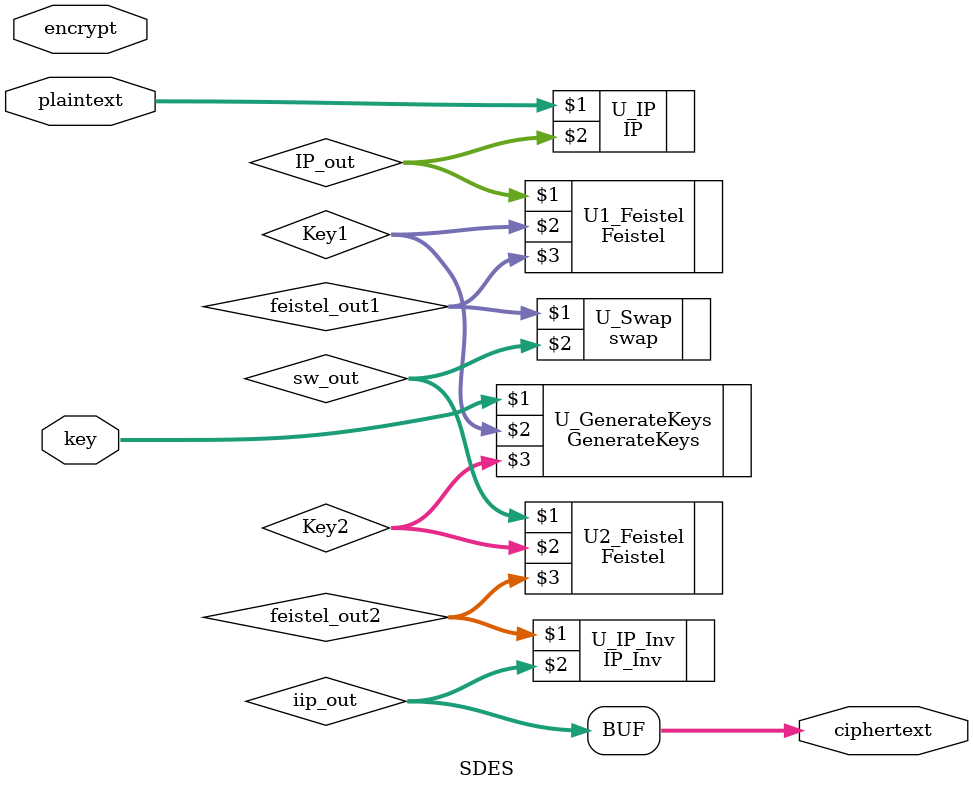
<source format=v>
/*
	Simplified Data Encryption Standard (S-DES)
	8-bit 2-round block cipher encryption and decryption algorithm using 10-bit key.
*/


module SDES(input[0:9] key, input[0:7] plaintext, input encrypt, output[0:7] ciphertext);
	wire[0:7] IP_out, sw_out, iip_out, temp1,temp2;
	wire[0:7] Key1, Key2 ,feistel_out1,feistel_out2;
	
	assign ciphertext = iip_out;
	
	// Generate Key1 and Key2
	GenerateKeys U_GenerateKeys(key, Key1, Key2);
	
	IP U_IP(plaintext,IP_out);

	Feistel U1_Feistel (IP_out, Key1, feistel_out1);
	
	swap U_Swap(feistel_out1,sw_out);
	
	Feistel U2_Feistel (sw_out, Key2, feistel_out2);

	IP_Inv U_IP_Inv(feistel_out2,iip_out);
	
	
endmodule

</source>
